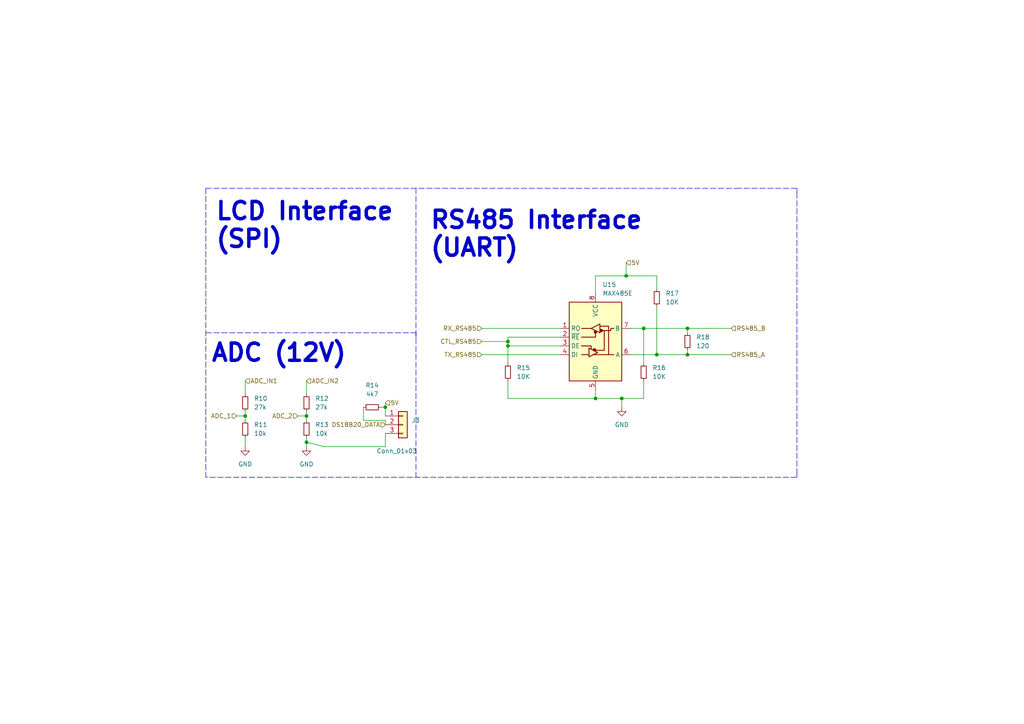
<source format=kicad_sch>
(kicad_sch (version 20211123) (generator eeschema)
  (paper "A4")
  (lib_symbols
    (symbol "Connector_Generic:Conn_01x03" (pin_names (offset 1.016) hide)
      (property "Reference" "J" (at 0 5.08 0))
      (property "Value" "Conn_01x03" (at 0 -5.08 0))
      (symbol "Conn_01x03_1_1"
        (rectangle (start -1.27 -2.413) (end 0 -2.667) (stroke (width 0.1524)))
        (rectangle (start -1.27 0.127) (end 0 -0.127) (stroke (width 0.1524)))
        (rectangle (start -1.27 2.667) (end 0 2.413) (stroke (width 0.1524)))
        (rectangle (start -1.27 3.81) (end 1.27 -3.81) (stroke (width 0.254)) (fill (type background)))
        (pin passive line (at -5.08 2.54 0) (length 3.81) (name "Pin_1") (number "1"))
        (pin passive line (at -5.08 0 0) (length 3.81) (name "Pin_2") (number "2"))
        (pin passive line (at -5.08 -2.54 0) (length 3.81) (name "Pin_3") (number "3"))
      )
    )
    (symbol "Device:R_Small" (pin_numbers hide) (pin_names (offset 0.254) hide)
      (property "Reference" "R" (at 0.762 0.508 0))
      (property "Value" "R_Small" (at 0.762 -1.016 0))
      (symbol "R_Small_0_1"
        (rectangle (start -0.762 1.778) (end 0.762 -1.778) (stroke (width 0.2032)))
      )
      (symbol "R_Small_1_1"
        (pin passive line (at 0 2.54 270) (length 0.762) (name "~") (number "1"))
        (pin passive line (at 0 -2.54 90) (length 0.762) (name "~") (number "2"))
      )
    )
    (symbol "Interface_UART:MAX485E"
      (property "Reference" "U" (at -6.096 11.43 0))
      (property "Value" "MAX485E" (at 0.762 11.43 0))
      (symbol "MAX485E_0_1"
        (rectangle (start -7.62 10.16) (end 7.62 -12.7) (stroke (width 0.254)) (fill (type background)))
        (circle (center -0.3048 -3.683) (radius 0.3556) (stroke (width 0.254)) (fill (type outline)))
        (circle (center -0.0254 1.4986) (radius 0.3556) (stroke (width 0.254)) (fill (type outline)))
        (polyline (pts (xy -4.064 -5.08) (xy -1.905 -5.08)) (stroke (width 0.254)))
        (polyline (pts (xy -4.064 2.54) (xy -1.27 2.54)) (stroke (width 0.254)))
        (polyline (pts (xy -1.27 -3.2004) (xy -1.27 -3.4544)) (stroke (width 0.254)))
        (polyline (pts (xy -0.635 -5.08) (xy 5.334 -5.08)) (stroke (width 0.254)))
        (polyline (pts (xy -4.064 -2.54) (xy -1.27 -2.54) (xy -1.27 -3.175)) (stroke (width 0.254)))
        (polyline (pts (xy 0 1.27) (xy 0 0) (xy -4.064 0)) (stroke (width 0.254)))
        (polyline (pts (xy 1.27 3.175) (xy 3.81 3.175) (xy 3.81 -5.08)) (stroke (width 0.254)))
        (polyline (pts (xy 2.54 1.905) (xy 2.54 -3.81) (xy 0 -3.81)) (stroke (width 0.254)))
        (polyline (pts (xy -1.905 -3.175) (xy -1.905 -5.715) (xy 0.635 -4.445) (xy -1.905 -3.175)) (stroke (width 0.254)))
        (polyline (pts (xy -1.27 2.54) (xy 1.27 3.81) (xy 1.27 1.27) (xy -1.27 2.54)) (stroke (width 0.254)))
        (polyline (pts (xy 1.905 1.905) (xy 4.445 1.905) (xy 4.445 2.54) (xy 5.334 2.54)) (stroke (width 0.254)))
        (rectangle (start 1.27 3.175) (end 1.27 3.175))
        (circle (center 1.651 1.905) (radius 0.3556) (stroke (width 0.254)) (fill (type outline)))
      )
      (symbol "MAX485E_1_1"
        (pin output line (at -10.16 2.54 0) (length 2.54) (name "RO") (number "1"))
        (pin input line (at -10.16 0 0) (length 2.54) (name "~{RE}") (number "2"))
        (pin input line (at -10.16 -2.54 0) (length 2.54) (name "DE") (number "3"))
        (pin input line (at -10.16 -5.08 0) (length 2.54) (name "DI") (number "4"))
        (pin power_in line (at 0 -15.24 90) (length 2.54) (name "GND") (number "5"))
        (pin bidirectional line (at 10.16 -5.08 180) (length 2.54) (name "A") (number "6"))
        (pin bidirectional line (at 10.16 2.54 180) (length 2.54) (name "B") (number "7"))
        (pin power_in line (at 0 12.7 270) (length 2.54) (name "VCC") (number "8"))
      )
    )
    (symbol "power:GND" (power) (pin_names (offset 0))
      (property "Value" "GND" (at 0 -3.81 0))
      (symbol "GND_0_1"
        (polyline (pts (xy 0 0) (xy 0 -1.27) (xy 1.27 -1.27) (xy 0 -2.54) (xy -1.27 -1.27) (xy 0 -1.27)))
      )
      (symbol "GND_1_1"
        (pin power_in line (at 0 0 270) (length 0) hide (name "GND") (number "1"))
      )
    )
  )
  (junction (at 88.9 120.65))
  (junction (at 199.39 95.25))
  (junction (at 147.32 99.06))
  (junction (at 181.61 80.01))
  (junction (at 190.5 102.87))
  (junction (at 71.12 120.65))
  (junction (at 88.9 128.27))
  (junction (at 186.69 95.25))
  (junction (at 180.34 115.57))
  (junction (at 147.32 100.33))
  (junction (at 199.39 102.87))
  (junction (at 172.72 115.57))
  (junction (at 111.76 118.11))
  (wire (pts (xy 186.69 95.25) (xy 199.39 95.25)))
  (wire (pts (xy 190.5 88.9) (xy 190.5 102.87)))
  (wire (pts (xy 182.88 102.87) (xy 190.5 102.87)))
  (wire (pts (xy 199.39 101.6) (xy 199.39 102.87)))
  (wire (pts (xy 147.32 115.57) (xy 172.72 115.57)))
  (polyline (pts (xy 231.14 138.43) (xy 231.14 137.16)))
  (polyline (pts (xy 120.65 54.61) (xy 120.65 138.43)))
  (wire (pts (xy 147.32 99.06) (xy 147.32 100.33)))
  (wire (pts (xy 139.7 102.87) (xy 162.56 102.87)))
  (wire (pts (xy 147.32 97.79) (xy 147.32 99.06)))
  (wire (pts (xy 180.34 115.57) (xy 186.69 115.57)))
  (polyline (pts (xy 59.69 54.61) (xy 59.69 138.43)))
  (polyline (pts (xy 213.36 138.43) (xy 59.69 138.43)))
  (wire (pts (xy 110.49 118.11) (xy 111.76 118.11)))
  (wire (pts (xy 68.58 120.65) (xy 71.12 120.65)))
  (wire (pts (xy 88.9 119.38) (xy 88.9 120.65)))
  (wire (pts (xy 182.88 95.25) (xy 186.69 95.25)))
  (wire (pts (xy 181.61 80.01) (xy 190.5 80.01)))
  (wire (pts (xy 147.32 110.49) (xy 147.32 115.57)))
  (polyline (pts (xy 231.14 55.88) (xy 231.14 54.61)))
  (wire (pts (xy 147.32 100.33) (xy 147.32 105.41)))
  (wire (pts (xy 186.69 95.25) (xy 186.69 105.41)))
  (wire (pts (xy 190.5 80.01) (xy 190.5 83.82)))
  (wire (pts (xy 88.9 127) (xy 88.9 128.27)))
  (polyline (pts (xy 120.65 138.43) (xy 121.92 138.43)))
  (polyline (pts (xy 213.36 138.43) (xy 231.14 138.43)))
  (polyline (pts (xy 231.14 55.88) (xy 231.14 137.16)))
  (wire (pts (xy 88.9 120.65) (xy 88.9 121.92)))
  (wire (pts (xy 88.9 128.27) (xy 88.9 129.54)))
  (wire (pts (xy 93.98 129.54) (xy 88.9 128.27)))
  (polyline (pts (xy 231.14 54.61) (xy 213.36 54.61)))
  (polyline (pts (xy 59.69 96.52) (xy 120.65 96.52)))
  (wire (pts (xy 147.32 100.33) (xy 162.56 100.33)))
  (wire (pts (xy 186.69 115.57) (xy 186.69 110.49)))
  (wire (pts (xy 71.12 119.38) (xy 71.12 120.65)))
  (wire (pts (xy 162.56 97.79) (xy 147.32 97.79)))
  (wire (pts (xy 139.7 99.06) (xy 147.32 99.06)))
  (wire (pts (xy 190.5 102.87) (xy 199.39 102.87)))
  (polyline (pts (xy 59.69 54.61) (xy 213.36 54.61)))
  (wire (pts (xy 105.41 118.11) (xy 105.41 121.92)))
  (wire (pts (xy 172.72 85.09) (xy 172.72 80.01)))
  (wire (pts (xy 180.34 115.57) (xy 180.34 118.11)))
  (wire (pts (xy 111.76 116.84) (xy 111.76 118.11)))
  (wire (pts (xy 199.39 95.25) (xy 212.09 95.25)))
  (wire (pts (xy 71.12 120.65) (xy 71.12 121.92)))
  (wire (pts (xy 199.39 95.25) (xy 199.39 96.52)))
  (wire (pts (xy 93.98 129.54) (xy 111.76 129.54)))
  (wire (pts (xy 86.36 120.65) (xy 88.9 120.65)))
  (wire (pts (xy 88.9 110.49) (xy 88.9 114.3)))
  (wire (pts (xy 71.12 110.49) (xy 71.12 114.3)))
  (wire (pts (xy 172.72 113.03) (xy 172.72 115.57)))
  (wire (pts (xy 172.72 80.01) (xy 181.61 80.01)))
  (wire (pts (xy 172.72 115.57) (xy 180.34 115.57)))
  (wire (pts (xy 105.41 121.92) (xy 111.76 121.92)))
  (wire (pts (xy 111.76 129.54) (xy 111.76 125.73)))
  (wire (pts (xy 181.61 76.2) (xy 181.61 80.01)))
  (wire (pts (xy 199.39 102.87) (xy 212.09 102.87)))
  (wire (pts (xy 71.12 127) (xy 71.12 129.54)))
  (wire (pts (xy 139.7 95.25) (xy 162.56 95.25)))
  (wire (pts (xy 111.76 118.11) (xy 111.76 120.65)))
  (wire (pts (xy 111.76 121.92) (xy 111.76 123.19)))
  (polyline (pts (xy 120.65 96.52) (xy 120.65 97.79)))
  (text "ADC (12V)" (at 60.96 105.41 0) (effects (font (size 5 5) (thickness 1) bold) (justify left bottom)))
  (text "LCD Interface\n(SPI)" (at 62.23 72.39 0) (effects (font (size 5 5) (thickness 1) bold) (justify left bottom)))
  (text "RS485 Interface\n(UART)" (at 124.46 74.93 0) (effects (font (size 5 5) (thickness 1) bold) (justify left bottom)))
  (hierarchical_label "ADC_IN1" (shape input) (at 71.12 110.49 0))
  (hierarchical_label "ADC_1" (shape input) (at 68.58 120.65 180))
  (hierarchical_label "ADC_IN2" (shape input) (at 88.9 110.49 0))
  (hierarchical_label "RS485_B" (shape input) (at 212.09 95.25 0))
  (hierarchical_label "TX_RS485" (shape input) (at 139.7 102.87 180))
  (hierarchical_label "5V" (shape input) (at 111.76 116.84 0))
  (hierarchical_label "CTL_RS485" (shape input) (at 139.7 99.06 180))
  (hierarchical_label "DS18B20_DATA" (shape input) (at 111.76 123.19 180))
  (hierarchical_label "RX_RS485" (shape input) (at 139.7 95.25 180))
  (hierarchical_label "RS485_A" (shape input) (at 212.09 102.87 0))
  (hierarchical_label "ADC_2" (shape input) (at 86.36 120.65 180))
  (hierarchical_label "5V" (shape input) (at 181.61 76.2 0))
  (symbol (lib_id "Device:R_Small") (at 190.5 86.36 0) (unit 1)
    (property "Reference" "R17" (at 193.04 85.0899 0) (effects (justify left)))
    (property "Value" "10K" (at 193.04 87.6299 0) (effects (justify left)))
    (property "Footprint" "Resistor_THT:R_Axial_DIN0204_L3.6mm_D1.6mm_P5.08mm_Horizontal" (effects hide))
  )
  (symbol (lib_id "Device:R_Small") (at 186.69 107.95 0) (unit 1)
    (property "Reference" "R16" (at 189.23 106.6799 0) (effects (justify left)))
    (property "Value" "10K" (at 189.23 109.2199 0) (effects (justify left)))
    (property "Footprint" "Resistor_THT:R_Axial_DIN0204_L3.6mm_D1.6mm_P5.08mm_Horizontal" (effects hide))
  )
  (symbol (lib_id "Device:R_Small") (at 71.12 124.46 0) (unit 1)
    (property "Reference" "R11" (at 73.66 123.1899 0) (effects (justify left)))
    (property "Value" "10k" (at 73.66 125.7299 0) (effects (justify left)))
    (property "Footprint" "Resistor_THT:R_Axial_DIN0204_L3.6mm_D1.6mm_P5.08mm_Horizontal" (effects hide))
  )
  (symbol (lib_id "Device:R_Small") (at 107.95 118.11 90) (unit 1)
    (property "Reference" "R14" (at 107.95 111.76 90))
    (property "Value" "4k7" (at 107.95 114.3 90))
    (property "Footprint" "Resistor_THT:R_Axial_DIN0204_L3.6mm_D1.6mm_P5.08mm_Horizontal" (effects hide))
  )
  (symbol (lib_id "Connector_Generic:Conn_01x03") (at 116.84 123.19 0) (unit 1)
    (property "Reference" "J3" (at 119.38 121.9199 0) (effects (justify left)))
    (property "Value" "Conn_01x03" (at 109.22 130.81 0) (effects (justify left)))
    (property "Footprint" "TerminalBlock_Phoenix:TerminalBlock_Phoenix_MKDS-1,5-3_1x03_P5.00mm_Horizontal" (effects hide))
  )
  (symbol (lib_id "power:GND") (at 71.12 129.54 0) (unit 1)
    (property "Reference" "#PWR0129" (effects hide))
    (property "Value" "GND" (at 71.12 134.62 0))
  )
  (symbol (lib_id "Device:R_Small") (at 199.39 99.06 0) (unit 1)
    (property "Reference" "R18" (at 201.93 97.7899 0) (effects (justify left)))
    (property "Value" "120" (at 201.93 100.3299 0) (effects (justify left)))
    (property "Footprint" "Resistor_THT:R_Axial_DIN0204_L3.6mm_D1.6mm_P5.08mm_Horizontal" (effects hide))
  )
  (symbol (lib_id "Device:R_Small") (at 88.9 124.46 0) (unit 1)
    (property "Reference" "R13" (at 91.44 123.1899 0) (effects (justify left)))
    (property "Value" "10k" (at 91.44 125.7299 0) (effects (justify left)))
    (property "Footprint" "Resistor_THT:R_Axial_DIN0204_L3.6mm_D1.6mm_P5.08mm_Horizontal" (effects hide))
  )
  (symbol (lib_id "Device:R_Small") (at 71.12 116.84 0) (unit 1)
    (property "Reference" "R10" (at 73.66 115.5699 0) (effects (justify left)))
    (property "Value" "27k" (at 73.66 118.1099 0) (effects (justify left)))
    (property "Footprint" "Resistor_THT:R_Axial_DIN0204_L3.6mm_D1.6mm_P5.08mm_Horizontal" (effects hide))
  )
  (symbol (lib_id "power:GND") (at 180.34 118.11 0) (unit 1)
    (property "Reference" "#PWR0128" (effects hide))
    (property "Value" "GND" (at 180.34 123.19 0))
  )
  (symbol (lib_id "Device:R_Small") (at 88.9 116.84 0) (unit 1)
    (property "Reference" "R12" (at 91.44 115.5699 0) (effects (justify left)))
    (property "Value" "27k" (at 91.44 118.1099 0) (effects (justify left)))
    (property "Footprint" "Resistor_THT:R_Axial_DIN0204_L3.6mm_D1.6mm_P5.08mm_Horizontal" (effects hide))
  )
  (symbol (lib_id "Device:R_Small") (at 147.32 107.95 0) (unit 1)
    (property "Reference" "R15" (at 149.86 106.6799 0) (effects (justify left)))
    (property "Value" "10K" (at 149.86 109.2199 0) (effects (justify left)))
    (property "Footprint" "Resistor_THT:R_Axial_DIN0204_L3.6mm_D1.6mm_P5.08mm_Horizontal" (effects hide))
  )
  (symbol (lib_id "Interface_UART:MAX485E") (at 172.72 97.79 0) (unit 1)
    (property "Reference" "U15" (at 174.7394 82.55 0) (effects (justify left)))
    (property "Value" "MAX485E" (at 174.7394 85.09 0) (effects (justify left)))
    (property "Footprint" "Package_DIP:DIP-8_W7.62mm_LongPads" (effects hide))
    (property "Datasheet" "https://datasheets.maximintegrated.com/en/ds/MAX1487E-MAX491E.pdf" (effects hide))
  )
  (symbol (lib_id "power:GND") (at 88.9 129.54 0) (unit 1)
    (property "Reference" "#PWR0130" (effects hide))
    (property "Value" "GND" (at 88.9 134.62 0))
  )
)
</source>
